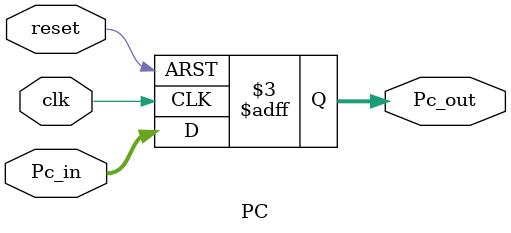
<source format=v>
module PC #(parameter N = 32)(
    input clk, reset,
    input [N-1:0] Pc_in,
    output reg [N-1:0] Pc_out
);

    always@(posedge clk, negedge reset)
    begin
        if(~reset)
            Pc_out <= 32'b0;
        else
            Pc_out <= Pc_in;
    end

endmodule
</source>
